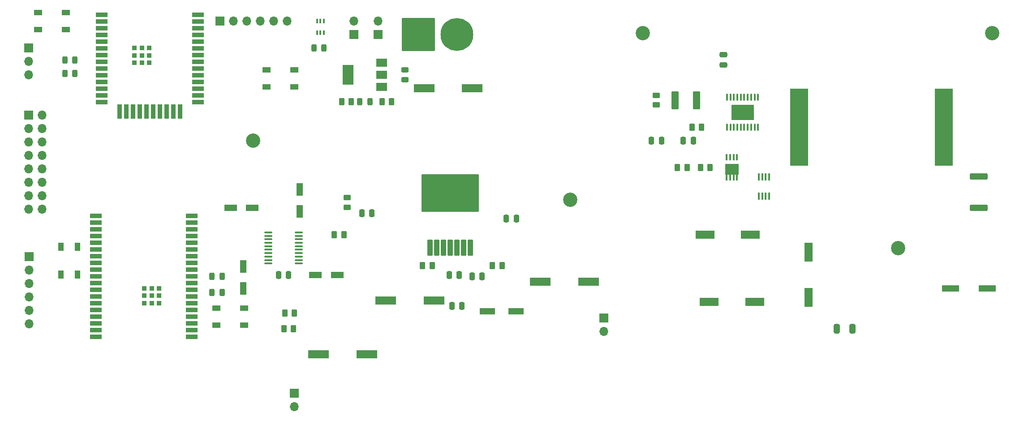
<source format=gbr>
%TF.GenerationSoftware,KiCad,Pcbnew,7.0.10*%
%TF.CreationDate,2024-03-05T22:09:10-05:00*%
%TF.ProjectId,PCB_Main_Final,5043425f-4d61-4696-9e5f-46696e616c2e,rev?*%
%TF.SameCoordinates,Original*%
%TF.FileFunction,Soldermask,Top*%
%TF.FilePolarity,Negative*%
%FSLAX46Y46*%
G04 Gerber Fmt 4.6, Leading zero omitted, Abs format (unit mm)*
G04 Created by KiCad (PCBNEW 7.0.10) date 2024-03-05 22:09:10*
%MOMM*%
%LPD*%
G01*
G04 APERTURE LIST*
G04 Aperture macros list*
%AMRoundRect*
0 Rectangle with rounded corners*
0 $1 Rounding radius*
0 $2 $3 $4 $5 $6 $7 $8 $9 X,Y pos of 4 corners*
0 Add a 4 corners polygon primitive as box body*
4,1,4,$2,$3,$4,$5,$6,$7,$8,$9,$2,$3,0*
0 Add four circle primitives for the rounded corners*
1,1,$1+$1,$2,$3*
1,1,$1+$1,$4,$5*
1,1,$1+$1,$6,$7*
1,1,$1+$1,$8,$9*
0 Add four rect primitives between the rounded corners*
20,1,$1+$1,$2,$3,$4,$5,0*
20,1,$1+$1,$4,$5,$6,$7,0*
20,1,$1+$1,$6,$7,$8,$9,0*
20,1,$1+$1,$8,$9,$2,$3,0*%
G04 Aperture macros list end*
%ADD10R,2.997200X1.193800*%
%ADD11R,3.911600X1.498600*%
%ADD12RoundRect,0.250000X0.262500X0.450000X-0.262500X0.450000X-0.262500X-0.450000X0.262500X-0.450000X0*%
%ADD13O,1.700000X1.700000*%
%ADD14R,1.700000X1.700000*%
%ADD15RoundRect,0.250000X-0.250000X-0.475000X0.250000X-0.475000X0.250000X0.475000X-0.250000X0.475000X0*%
%ADD16RoundRect,0.250000X-0.262500X-0.450000X0.262500X-0.450000X0.262500X0.450000X-0.262500X0.450000X0*%
%ADD17RoundRect,0.250000X0.250000X0.475000X-0.250000X0.475000X-0.250000X-0.475000X0.250000X-0.475000X0*%
%ADD18RoundRect,0.102000X-5.290000X-3.420000X5.290000X-3.420000X5.290000X3.420000X-5.290000X3.420000X0*%
%ADD19RoundRect,0.102000X-0.445000X-1.395000X0.445000X-1.395000X0.445000X1.395000X-0.445000X1.395000X0*%
%ADD20C,2.700000*%
%ADD21RoundRect,0.100000X0.637500X0.100000X-0.637500X0.100000X-0.637500X-0.100000X0.637500X-0.100000X0*%
%ADD22R,3.352800X14.554200*%
%ADD23RoundRect,0.250000X-0.325000X-0.650000X0.325000X-0.650000X0.325000X0.650000X-0.325000X0.650000X0*%
%ADD24RoundRect,0.243750X-0.243750X-0.456250X0.243750X-0.456250X0.243750X0.456250X-0.243750X0.456250X0*%
%ADD25R,2.413000X1.168400*%
%ADD26RoundRect,0.250000X1.425000X-0.362500X1.425000X0.362500X-1.425000X0.362500X-1.425000X-0.362500X0*%
%ADD27RoundRect,0.249999X-0.450001X-1.450001X0.450001X-1.450001X0.450001X1.450001X-0.450001X1.450001X0*%
%ADD28R,2.000000X1.500000*%
%ADD29R,2.000000X3.800000*%
%ADD30R,0.304800X1.294801*%
%ADD31R,2.500000X2.000000*%
%ADD32R,2.160000X0.900000*%
%ADD33R,0.900000X2.700000*%
%ADD34R,0.900000X0.900000*%
%ADD35RoundRect,0.250000X0.450000X-0.262500X0.450000X0.262500X-0.450000X0.262500X-0.450000X-0.262500X0*%
%ADD36R,1.549400X0.990600*%
%ADD37RoundRect,0.243750X0.243750X0.456250X-0.243750X0.456250X-0.243750X-0.456250X0.243750X-0.456250X0*%
%ADD38RoundRect,0.243750X0.456250X-0.243750X0.456250X0.243750X-0.456250X0.243750X-0.456250X-0.243750X0*%
%ADD39O,0.349999X1.400000*%
%ADD40R,4.199999X2.999999*%
%ADD41C,6.204000*%
%ADD42RoundRect,0.102000X-3.000000X-3.000000X3.000000X-3.000000X3.000000X3.000000X-3.000000X3.000000X0*%
%ADD43R,1.168400X2.413000*%
%ADD44RoundRect,0.250000X0.475000X-0.250000X0.475000X0.250000X-0.475000X0.250000X-0.475000X-0.250000X0*%
%ADD45R,0.990600X1.549400*%
%ADD46R,0.439998X1.389999*%
%ADD47R,3.606800X1.498600*%
%ADD48R,1.498600X3.606800*%
%ADD49R,0.355600X0.876300*%
%ADD50R,3.302000X1.219200*%
G04 APERTURE END LIST*
D10*
%TO.C,Cb3*%
X133184900Y-105918000D03*
X138595100Y-105918000D03*
%TD*%
D11*
%TO.C,C3b1*%
X113944400Y-103886000D03*
X123037600Y-103886000D03*
%TD*%
D12*
%TO.C,RsnR1*%
X134088500Y-97282000D03*
X135913500Y-97282000D03*
%TD*%
D11*
%TO.C,C0L1*%
X101244400Y-114046000D03*
X110337600Y-114046000D03*
%TD*%
D13*
%TO.C,J6*%
X155194000Y-109723000D03*
D14*
X155194000Y-107183000D03*
%TD*%
D15*
%TO.C,Csc1*%
X127823000Y-99060000D03*
X125923000Y-99060000D03*
%TD*%
D16*
%TO.C,RsnL1*%
X122705500Y-97282000D03*
X120880500Y-97282000D03*
%TD*%
D15*
%TO.C,CsnL1*%
X128331000Y-104902000D03*
X126431000Y-104902000D03*
%TD*%
D13*
%TO.C,J5*%
X96647000Y-123947000D03*
D14*
X96647000Y-121407000D03*
%TD*%
D11*
%TO.C,C0R1*%
X152247600Y-100330000D03*
X143154400Y-100330000D03*
%TD*%
D15*
%TO.C,CiL1*%
X111313000Y-87376000D03*
X109413000Y-87376000D03*
%TD*%
%TO.C,CiR1*%
X138618000Y-88392000D03*
X136718000Y-88392000D03*
%TD*%
D17*
%TO.C,CsnR2*%
X130241000Y-99314000D03*
X132141000Y-99314000D03*
%TD*%
D18*
%TO.C,U6*%
X126111000Y-83566000D03*
D19*
X129921000Y-93916000D03*
X128651000Y-93916000D03*
X127381000Y-93916000D03*
X126111000Y-93916000D03*
X124841000Y-93916000D03*
X123571000Y-93916000D03*
X122301000Y-93916000D03*
%TD*%
D20*
%TO.C,H9*%
X88900000Y-73660000D03*
%TD*%
D21*
%TO.C,U9*%
X97482500Y-96905000D03*
X97482500Y-96255000D03*
X97482500Y-95605000D03*
X97482500Y-94955000D03*
X97482500Y-94305000D03*
X97482500Y-93655000D03*
X97482500Y-93005000D03*
X97482500Y-92355000D03*
X97482500Y-91705000D03*
X97482500Y-91055000D03*
X91757500Y-91055000D03*
X91757500Y-91705000D03*
X91757500Y-92355000D03*
X91757500Y-93005000D03*
X91757500Y-93655000D03*
X91757500Y-94305000D03*
X91757500Y-94955000D03*
X91757500Y-95605000D03*
X91757500Y-96255000D03*
X91757500Y-96905000D03*
%TD*%
D22*
%TO.C,L2*%
X219417900Y-71120000D03*
X192062100Y-71120000D03*
%TD*%
D23*
%TO.C,Coutx2*%
X199185000Y-109220000D03*
X202135000Y-109220000D03*
%TD*%
D24*
%TO.C,D10*%
X81112500Y-99365000D03*
X82987500Y-99365000D03*
%TD*%
D25*
%TO.C,C43*%
X100665200Y-99060000D03*
X104780000Y-99060000D03*
%TD*%
D26*
%TO.C,Rsense2*%
X226060000Y-86360000D03*
X226060000Y-80435000D03*
%TD*%
D12*
%TO.C,TH2*%
X107450000Y-66345000D03*
X105625000Y-66345000D03*
%TD*%
D20*
%TO.C,H8*%
X228600000Y-53340000D03*
%TD*%
D27*
%TO.C,Ccomp3*%
X168620000Y-66040000D03*
X172720000Y-66040000D03*
%TD*%
D28*
%TO.C,U10*%
X113140000Y-63565000D03*
X113140000Y-61265000D03*
D29*
X106840000Y-61265000D03*
D28*
X113140000Y-58965000D03*
%TD*%
D20*
%TO.C,H7*%
X162560000Y-53340000D03*
%TD*%
D14*
%TO.C,LightSensorConnector2*%
X46490000Y-56185000D03*
D13*
X46490000Y-58725000D03*
X46490000Y-61265000D03*
%TD*%
D14*
%TO.C,J8*%
X46490000Y-68885000D03*
D13*
X49030000Y-68885000D03*
X46490000Y-71425000D03*
X49030000Y-71425000D03*
X46490000Y-73965000D03*
X49030000Y-73965000D03*
X46490000Y-76505000D03*
X49030000Y-76505000D03*
X46490000Y-79045000D03*
X49030000Y-79045000D03*
X46490000Y-81585000D03*
X49030000Y-81585000D03*
X46490000Y-84125000D03*
X49030000Y-84125000D03*
X46490000Y-86665000D03*
X49030000Y-86665000D03*
%TD*%
D20*
%TO.C,H6*%
X210820000Y-93980000D03*
%TD*%
%TO.C,H10*%
X148844000Y-84836000D03*
%TD*%
D30*
%TO.C,M4*%
X180337099Y-76847401D03*
X179687101Y-76847401D03*
X179037099Y-76847401D03*
X178387101Y-76847401D03*
X178387101Y-80640000D03*
X179037099Y-80640000D03*
X179687101Y-80640000D03*
X180337099Y-80640000D03*
D31*
X179362100Y-79071000D03*
%TD*%
D32*
%TO.C,U7*%
X60270000Y-49865000D03*
X60270000Y-51135000D03*
X60270000Y-52405000D03*
X60270000Y-53675000D03*
X60270000Y-54945000D03*
X60270000Y-56215000D03*
X60270000Y-57485000D03*
X60270000Y-58755000D03*
X60270000Y-60025000D03*
X60270000Y-61295000D03*
X60270000Y-62565000D03*
X60270000Y-63835000D03*
X60270000Y-65105000D03*
X60270000Y-66375000D03*
D33*
X63630000Y-68225000D03*
X64900000Y-68225000D03*
X66170000Y-68225000D03*
X67440000Y-68225000D03*
X68710000Y-68225000D03*
X69980000Y-68225000D03*
X71250000Y-68225000D03*
X72520000Y-68225000D03*
X73790000Y-68225000D03*
X75060000Y-68225000D03*
D32*
X78430000Y-66375000D03*
X78430000Y-65105000D03*
X78430000Y-63835000D03*
X78430000Y-62565000D03*
X78430000Y-61295000D03*
X78430000Y-60025000D03*
X78430000Y-58755000D03*
X78430000Y-57485000D03*
X78430000Y-56215000D03*
X78430000Y-54945000D03*
X78430000Y-53675000D03*
X78430000Y-52405000D03*
X78430000Y-51135000D03*
X78430000Y-49865000D03*
D34*
X66450000Y-56185000D03*
X66450000Y-56185000D03*
X66450000Y-57585000D03*
X66450000Y-58985000D03*
X66450000Y-58985000D03*
X67850000Y-56185000D03*
X67850000Y-57585000D03*
X67850000Y-58985000D03*
X67850000Y-58985000D03*
X69250000Y-56185000D03*
X69250000Y-57585000D03*
X69250000Y-58985000D03*
%TD*%
D35*
%TO.C,R26*%
X106680000Y-86285000D03*
X106680000Y-84460000D03*
%TD*%
D36*
%TO.C,SW8*%
X87215001Y-108584999D03*
X81964999Y-108584999D03*
X87215001Y-105385001D03*
X81964999Y-105385001D03*
%TD*%
D25*
%TO.C,C36*%
X88734900Y-86360000D03*
X84620100Y-86360000D03*
%TD*%
D37*
%TO.C,D13*%
X110927500Y-66345000D03*
X109052500Y-66345000D03*
%TD*%
D38*
%TO.C,D12*%
X117610000Y-62202500D03*
X117610000Y-60327500D03*
%TD*%
D24*
%TO.C,D11*%
X82987500Y-102405000D03*
X81112500Y-102405000D03*
%TD*%
D39*
%TO.C,U11*%
X184304998Y-65520002D03*
X183654997Y-65520002D03*
X183004999Y-65520002D03*
X182354997Y-65520002D03*
X181704999Y-65520002D03*
X181054997Y-65520002D03*
X180404999Y-65520002D03*
X179754997Y-65520002D03*
X179104999Y-65520002D03*
X178454998Y-65520002D03*
X178454998Y-71120000D03*
X179104999Y-71120000D03*
X179754997Y-71120000D03*
X180404999Y-71120000D03*
X181054997Y-71120000D03*
X181704999Y-71120000D03*
X182354997Y-71120000D03*
X183004999Y-71120000D03*
X183654997Y-71120000D03*
X184304998Y-71120000D03*
D40*
X181379998Y-68320001D03*
%TD*%
D14*
%TO.C,J10*%
X107880000Y-53645000D03*
D13*
X107880000Y-51105000D03*
%TD*%
D41*
%TO.C,J7*%
X127350000Y-53645000D03*
D42*
X120150000Y-53645000D03*
%TD*%
D17*
%TO.C,C39*%
X95570000Y-99060000D03*
X93670000Y-99060000D03*
%TD*%
D43*
%TO.C,C35*%
X87000000Y-97485200D03*
X87000000Y-101600000D03*
%TD*%
D16*
%TO.C,R28*%
X113245000Y-66345000D03*
X115070000Y-66345000D03*
%TD*%
D15*
%TO.C,Ccomp4*%
X164150000Y-73660000D03*
X166050000Y-73660000D03*
%TD*%
D24*
%TO.C,D8*%
X53315000Y-60960000D03*
X55190000Y-60960000D03*
%TD*%
D17*
%TO.C,Cres2*%
X172080000Y-73660000D03*
X170180000Y-73660000D03*
%TD*%
D44*
%TO.C,Css2*%
X177800000Y-59370000D03*
X177800000Y-57470000D03*
%TD*%
D36*
%TO.C,WIO0*%
X91440000Y-60300002D03*
X96690002Y-60300002D03*
X91440000Y-63500000D03*
X96690002Y-63500000D03*
%TD*%
D24*
%TO.C,D14*%
X100374986Y-56185000D03*
X102249986Y-56185000D03*
%TD*%
D43*
%TO.C,C44*%
X97681050Y-87038450D03*
X97681050Y-82923650D03*
%TD*%
D45*
%TO.C,RIO0*%
X55709999Y-93726251D03*
X55709999Y-98976253D03*
X52510001Y-93726251D03*
X52510001Y-98976253D03*
%TD*%
D36*
%TO.C,W EN*%
X48260000Y-49505001D03*
X53510002Y-49505001D03*
X48260000Y-52704999D03*
X53510002Y-52704999D03*
%TD*%
D14*
%TO.C,J9*%
X112530000Y-53645000D03*
D13*
X112530000Y-51105000D03*
%TD*%
D16*
%TO.C,R34*%
X94695000Y-109220000D03*
X96520000Y-109220000D03*
%TD*%
D24*
%TO.C,D9*%
X53315000Y-58420000D03*
X55190000Y-58420000D03*
%TD*%
D16*
%TO.C,R33*%
X94845500Y-106270000D03*
X96670500Y-106270000D03*
%TD*%
D32*
%TO.C,U8*%
X77300000Y-110795000D03*
X77300000Y-109525000D03*
X77300000Y-108255000D03*
X77300000Y-106985000D03*
X77300000Y-105715000D03*
X77300000Y-104445000D03*
X77300000Y-103175000D03*
X77300000Y-101905000D03*
X77300000Y-100635000D03*
X77300000Y-99365000D03*
X77300000Y-98095000D03*
X77300000Y-96825000D03*
X77300000Y-95555000D03*
X77300000Y-94285000D03*
X77300000Y-93015000D03*
X77300000Y-91745000D03*
X77300000Y-90475000D03*
X77300000Y-89205000D03*
X77300000Y-87935000D03*
X59140000Y-87935000D03*
X59140000Y-89205000D03*
X59140000Y-90475000D03*
X59140000Y-91745000D03*
X59140000Y-93015000D03*
X59140000Y-94285000D03*
X59140000Y-95555000D03*
X59140000Y-96825000D03*
X59140000Y-98095000D03*
X59140000Y-99365000D03*
X59140000Y-100635000D03*
X59140000Y-101905000D03*
X59140000Y-103175000D03*
X59140000Y-104445000D03*
X59140000Y-105715000D03*
X59140000Y-106985000D03*
X59140000Y-108255000D03*
X59140000Y-109525000D03*
X59140000Y-110795000D03*
D34*
X71125000Y-104400000D03*
X71120000Y-103000000D03*
X71120000Y-101600000D03*
X69720000Y-104400000D03*
X69720000Y-103000000D03*
X69720000Y-101600000D03*
X68320000Y-104400000D03*
X68320000Y-103000000D03*
X68320000Y-101600000D03*
%TD*%
D46*
%TO.C,M3*%
X184442097Y-84226999D03*
X185092098Y-84226999D03*
X185742097Y-84226999D03*
X186392098Y-84226999D03*
X186392098Y-80536999D03*
X185742100Y-80536999D03*
X185092098Y-80536999D03*
X184442100Y-80536999D03*
%TD*%
D47*
%TO.C,Cout6*%
X175044100Y-104140000D03*
X183654700Y-104140000D03*
%TD*%
D48*
%TO.C,Cout5*%
X193814700Y-103365300D03*
X193814700Y-94754700D03*
%TD*%
D49*
%TO.C,Q2*%
X100950014Y-53327500D03*
X101600000Y-53327500D03*
X102249986Y-53327500D03*
X102249986Y-51105000D03*
X101600000Y-51105000D03*
X100950014Y-51105000D03*
%TD*%
D11*
%TO.C,C47*%
X130310000Y-63805000D03*
X121216800Y-63805000D03*
%TD*%
D50*
%TO.C,Cin2*%
X227622100Y-101600000D03*
X220713300Y-101600000D03*
%TD*%
D12*
%TO.C,Rslope2*%
X173632500Y-71120000D03*
X171807500Y-71120000D03*
%TD*%
D14*
%TO.C,Boot2ROVER2*%
X46515000Y-95580000D03*
D13*
X46515000Y-98120000D03*
X46515000Y-100660000D03*
X46515000Y-103200000D03*
X46515000Y-105740000D03*
X46515000Y-108280000D03*
%TD*%
D35*
%TO.C,Rcomp2*%
X165100000Y-66952500D03*
X165100000Y-65127500D03*
%TD*%
D16*
%TO.C,R25*%
X104215000Y-91440000D03*
X106040000Y-91440000D03*
%TD*%
D47*
%TO.C,Cout4*%
X182880000Y-91440000D03*
X174269400Y-91440000D03*
%TD*%
D12*
%TO.C,Rfbb2*%
X170895000Y-78740000D03*
X169070000Y-78740000D03*
%TD*%
D14*
%TO.C,Boot2WROOM2*%
X82575000Y-51105000D03*
D13*
X85115000Y-51105000D03*
X87655000Y-51105000D03*
X90195000Y-51105000D03*
X92735000Y-51105000D03*
X95275000Y-51105000D03*
%TD*%
D12*
%TO.C,Rfbt2*%
X175260000Y-78740000D03*
X173435000Y-78740000D03*
%TD*%
M02*

</source>
